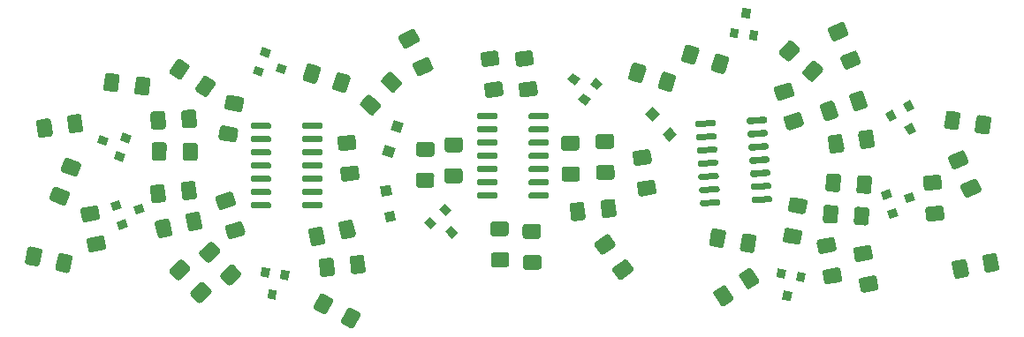
<source format=gbr>
%TF.GenerationSoftware,KiCad,Pcbnew,(5.1.6)-1*%
%TF.CreationDate,2020-10-05T10:15:20-05:00*%
%TF.ProjectId,DDD Charm,44444420-4368-4617-926d-2e6b69636164,rev?*%
%TF.SameCoordinates,Original*%
%TF.FileFunction,Paste,Top*%
%TF.FilePolarity,Positive*%
%FSLAX46Y46*%
G04 Gerber Fmt 4.6, Leading zero omitted, Abs format (unit mm)*
G04 Created by KiCad (PCBNEW (5.1.6)-1) date 2020-10-05 10:15:20*
%MOMM*%
%LPD*%
G01*
G04 APERTURE LIST*
%ADD10C,0.100000*%
G04 APERTURE END LIST*
%TO.C,.*%
G36*
G01*
X250155721Y-116777041D02*
X248905768Y-116766132D01*
G75*
G02*
X248657960Y-116513960I2182J249990D01*
G01*
X248666032Y-115588996D01*
G75*
G02*
X248918204Y-115341188I249990J-2182D01*
G01*
X250168156Y-115352096D01*
G75*
G02*
X250415964Y-115604268I-2182J-249990D01*
G01*
X250407892Y-116529232D01*
G75*
G02*
X250155720Y-116777040I-249990J2182D01*
G01*
G37*
G36*
G01*
X250129759Y-119751927D02*
X248879806Y-119741018D01*
G75*
G02*
X248631998Y-119488846I2182J249990D01*
G01*
X248640070Y-118563882D01*
G75*
G02*
X248892242Y-118316074I249990J-2182D01*
G01*
X250142194Y-118326982D01*
G75*
G02*
X250390002Y-118579154I-2182J-249990D01*
G01*
X250381930Y-119504118D01*
G75*
G02*
X250129758Y-119751926I-249990J2182D01*
G01*
G37*
%TD*%
%TO.C,.*%
G36*
G01*
X252844778Y-119325370D02*
X251594825Y-119314461D01*
G75*
G02*
X251347017Y-119062289I2182J249990D01*
G01*
X251355089Y-118137325D01*
G75*
G02*
X251607261Y-117889517I249990J-2182D01*
G01*
X252857213Y-117900425D01*
G75*
G02*
X253105021Y-118152597I-2182J-249990D01*
G01*
X253096949Y-119077561D01*
G75*
G02*
X252844777Y-119325369I-249990J2182D01*
G01*
G37*
G36*
G01*
X252870740Y-116350484D02*
X251620787Y-116339575D01*
G75*
G02*
X251372979Y-116087403I2182J249990D01*
G01*
X251381051Y-115162439D01*
G75*
G02*
X251633223Y-114914631I249990J-2182D01*
G01*
X252883175Y-114925539D01*
G75*
G02*
X253130983Y-115177711I-2182J-249990D01*
G01*
X253122911Y-116102675D01*
G75*
G02*
X252870739Y-116350483I-249990J2182D01*
G01*
G37*
%TD*%
%TO.C,.*%
G36*
G01*
X248855531Y-105824552D02*
X247736863Y-106382300D01*
G75*
G02*
X247401580Y-106270115I-111549J223734D01*
G01*
X246988847Y-105442300D01*
G75*
G02*
X247101032Y-105107017I223734J111549D01*
G01*
X248219699Y-104549270D01*
G75*
G02*
X248554982Y-104661455I111549J-223734D01*
G01*
X248967715Y-105489270D01*
G75*
G02*
X248855530Y-105824553I-223734J-111549D01*
G01*
G37*
G36*
G01*
X250182969Y-108486982D02*
X249064301Y-109044730D01*
G75*
G02*
X248729018Y-108932545I-111549J223734D01*
G01*
X248316285Y-108104730D01*
G75*
G02*
X248428470Y-107769447I223734J111549D01*
G01*
X249547137Y-107211700D01*
G75*
G02*
X249882420Y-107323885I111549J-223734D01*
G01*
X250295153Y-108151700D01*
G75*
G02*
X250182968Y-108486983I-223734J-111549D01*
G01*
G37*
%TD*%
%TO.C,.*%
G36*
G01*
X256794173Y-110964021D02*
X255553490Y-111116358D01*
G75*
G02*
X255274886Y-110898688I-30467J248137D01*
G01*
X255162157Y-109980583D01*
G75*
G02*
X255379827Y-109701979I248137J30467D01*
G01*
X256620510Y-109549642D01*
G75*
G02*
X256899114Y-109767312I30467J-248137D01*
G01*
X257011843Y-110685417D01*
G75*
G02*
X256794173Y-110964021I-248137J-30467D01*
G01*
G37*
G36*
G01*
X256431611Y-108011197D02*
X255190928Y-108163534D01*
G75*
G02*
X254912324Y-107945864I-30467J248137D01*
G01*
X254799595Y-107027759D01*
G75*
G02*
X255017265Y-106749155I248137J30467D01*
G01*
X256257948Y-106596818D01*
G75*
G02*
X256536552Y-106814488I30467J-248137D01*
G01*
X256649281Y-107732593D01*
G75*
G02*
X256431611Y-108011197I-248137J-30467D01*
G01*
G37*
%TD*%
%TO.C,.*%
G36*
G01*
X259723892Y-107983609D02*
X258483209Y-108135946D01*
G75*
G02*
X258204605Y-107918276I-30467J248137D01*
G01*
X258091876Y-107000171D01*
G75*
G02*
X258309546Y-106721567I248137J30467D01*
G01*
X259550229Y-106569230D01*
G75*
G02*
X259828833Y-106786900I30467J-248137D01*
G01*
X259941562Y-107705005D01*
G75*
G02*
X259723892Y-107983609I-248137J-30467D01*
G01*
G37*
G36*
G01*
X260086454Y-110936433D02*
X258845771Y-111088770D01*
G75*
G02*
X258567167Y-110871100I-30467J248137D01*
G01*
X258454438Y-109952995D01*
G75*
G02*
X258672108Y-109674391I248137J30467D01*
G01*
X259912791Y-109522054D01*
G75*
G02*
X260191395Y-109739724I30467J-248137D01*
G01*
X260304124Y-110657829D01*
G75*
G02*
X260086454Y-110936433I-248137J-30467D01*
G01*
G37*
%TD*%
%TO.C,.*%
G36*
G01*
X264103300Y-119144757D02*
X262853490Y-119166572D01*
G75*
G02*
X262599165Y-118920973I-4363J249962D01*
G01*
X262583021Y-117996114D01*
G75*
G02*
X262828620Y-117741789I249962J4363D01*
G01*
X264078430Y-117719974D01*
G75*
G02*
X264332755Y-117965573I4363J-249962D01*
G01*
X264348899Y-118890432D01*
G75*
G02*
X264103300Y-119144757I-249962J-4363D01*
G01*
G37*
G36*
G01*
X264051380Y-116170211D02*
X262801570Y-116192026D01*
G75*
G02*
X262547245Y-115946427I-4363J249962D01*
G01*
X262531101Y-115021568D01*
G75*
G02*
X262776700Y-114767243I249962J4363D01*
G01*
X264026510Y-114745428D01*
G75*
G02*
X264280835Y-114991027I4363J-249962D01*
G01*
X264296979Y-115915886D01*
G75*
G02*
X264051380Y-116170211I-249962J-4363D01*
G01*
G37*
%TD*%
%TO.C,.*%
G36*
G01*
X289428868Y-107104940D02*
X290575193Y-106606504D01*
G75*
G02*
X290904145Y-106736082I99687J-229265D01*
G01*
X291272988Y-107584362D01*
G75*
G02*
X291143410Y-107913314I-229265J-99687D01*
G01*
X289997085Y-108411750D01*
G75*
G02*
X289668133Y-108282172I-99687J229265D01*
G01*
X289299290Y-107433892D01*
G75*
G02*
X289428868Y-107104940I229265J99687D01*
G01*
G37*
G36*
G01*
X288242590Y-104376686D02*
X289388915Y-103878250D01*
G75*
G02*
X289717867Y-104007828I99687J-229265D01*
G01*
X290086710Y-104856108D01*
G75*
G02*
X289957132Y-105185060I-229265J-99687D01*
G01*
X288810807Y-105683496D01*
G75*
G02*
X288481855Y-105553918I-99687J229265D01*
G01*
X288113012Y-104705638D01*
G75*
G02*
X288242590Y-104376686I229265J99687D01*
G01*
G37*
%TD*%
%TO.C,.*%
G36*
G01*
X289373600Y-118695853D02*
X289297290Y-119943521D01*
G75*
G02*
X289032494Y-120177793I-249534J15262D01*
G01*
X288109219Y-120121323D01*
G75*
G02*
X287874947Y-119856527I15262J249534D01*
G01*
X287951258Y-118608859D01*
G75*
G02*
X288216054Y-118374587I249534J-15262D01*
G01*
X289139329Y-118431057D01*
G75*
G02*
X289373601Y-118695853I-15262J-249534D01*
G01*
G37*
G36*
G01*
X292343052Y-118877473D02*
X292266742Y-120125141D01*
G75*
G02*
X292001946Y-120359413I-249534J15262D01*
G01*
X291078671Y-120302943D01*
G75*
G02*
X290844399Y-120038147I15262J249534D01*
G01*
X290920710Y-118790479D01*
G75*
G02*
X291185506Y-118556207I249534J-15262D01*
G01*
X292108781Y-118612677D01*
G75*
G02*
X292343053Y-118877473I-15262J-249534D01*
G01*
G37*
%TD*%
%TO.C,.*%
G36*
G01*
X273553602Y-109202527D02*
X273188138Y-110397908D01*
G75*
G02*
X272875969Y-110563891I-239076J73093D01*
G01*
X271991387Y-110293448D01*
G75*
G02*
X271825404Y-109981279I73093J239076D01*
G01*
X272190868Y-108785898D01*
G75*
G02*
X272503037Y-108619915I239076J-73093D01*
G01*
X273387619Y-108890358D01*
G75*
G02*
X273553602Y-109202527I-73093J-239076D01*
G01*
G37*
G36*
G01*
X270708596Y-108332721D02*
X270343132Y-109528102D01*
G75*
G02*
X270030963Y-109694085I-239076J73093D01*
G01*
X269146381Y-109423642D01*
G75*
G02*
X268980398Y-109111473I73093J239076D01*
G01*
X269345862Y-107916092D01*
G75*
G02*
X269658031Y-107750109I239076J-73093D01*
G01*
X270542613Y-108020552D01*
G75*
G02*
X270708596Y-108332721I-73093J-239076D01*
G01*
G37*
%TD*%
%TO.C,.*%
G36*
G01*
X267361380Y-116008211D02*
X266111570Y-116030026D01*
G75*
G02*
X265857245Y-115784427I-4363J249962D01*
G01*
X265841101Y-114859568D01*
G75*
G02*
X266086700Y-114605243I249962J4363D01*
G01*
X267336510Y-114583428D01*
G75*
G02*
X267590835Y-114829027I4363J-249962D01*
G01*
X267606979Y-115753886D01*
G75*
G02*
X267361380Y-116008211I-249962J-4363D01*
G01*
G37*
G36*
G01*
X267413300Y-118982757D02*
X266163490Y-119004572D01*
G75*
G02*
X265909165Y-118758973I-4363J249962D01*
G01*
X265893021Y-117834114D01*
G75*
G02*
X266138620Y-117579789I249962J4363D01*
G01*
X267388430Y-117557974D01*
G75*
G02*
X267642755Y-117803573I4363J-249962D01*
G01*
X267658899Y-118728432D01*
G75*
G02*
X267413300Y-118982757I-249962J-4363D01*
G01*
G37*
%TD*%
%TO.C,.*%
G36*
G01*
X278353783Y-124091660D02*
X278147473Y-125324517D01*
G75*
G02*
X277859640Y-125529826I-246571J41262D01*
G01*
X276947326Y-125377157D01*
G75*
G02*
X276742017Y-125089324I41262J246571D01*
G01*
X276948327Y-123856467D01*
G75*
G02*
X277236160Y-123651158I246571J-41262D01*
G01*
X278148474Y-123803827D01*
G75*
G02*
X278353783Y-124091660I-41262J-246571D01*
G01*
G37*
G36*
G01*
X281287983Y-124582676D02*
X281081673Y-125815533D01*
G75*
G02*
X280793840Y-126020842I-246571J41262D01*
G01*
X279881526Y-125868173D01*
G75*
G02*
X279676217Y-125580340I41262J246571D01*
G01*
X279882527Y-124347483D01*
G75*
G02*
X280170360Y-124142174I246571J-41262D01*
G01*
X281082674Y-124294843D01*
G75*
G02*
X281287983Y-124582676I-41262J-246571D01*
G01*
G37*
%TD*%
%TO.C,1nF*%
G36*
G01*
X285714957Y-122266887D02*
X284480865Y-122060370D01*
G75*
G02*
X284276070Y-121773257I41159J245954D01*
G01*
X284428946Y-120859708D01*
G75*
G02*
X284716059Y-120654913I245954J-41159D01*
G01*
X285950151Y-120861430D01*
G75*
G02*
X286154946Y-121148543I-41159J-245954D01*
G01*
X286002070Y-122062092D01*
G75*
G02*
X285714957Y-122266887I-245954J41159D01*
G01*
G37*
G36*
G01*
X285223941Y-125201087D02*
X283989849Y-124994570D01*
G75*
G02*
X283785054Y-124707457I41159J245954D01*
G01*
X283937930Y-123793908D01*
G75*
G02*
X284225043Y-123589113I245954J-41159D01*
G01*
X285459135Y-123795630D01*
G75*
G02*
X285663930Y-124082743I-41159J-245954D01*
G01*
X285511054Y-124996292D01*
G75*
G02*
X285223941Y-125201087I-245954J41159D01*
G01*
G37*
%TD*%
%TO.C,.*%
G36*
G01*
X229395509Y-109898082D02*
X228705588Y-110940439D01*
G75*
G02*
X228359133Y-111010926I-208471J137984D01*
G01*
X227587788Y-110500385D01*
G75*
G02*
X227517301Y-110153930I137984J208471D01*
G01*
X228207222Y-109111573D01*
G75*
G02*
X228553677Y-109041086I208471J-137984D01*
G01*
X229325022Y-109551627D01*
G75*
G02*
X229395509Y-109898082I-137984J-208471D01*
G01*
G37*
G36*
G01*
X226914699Y-108256070D02*
X226224778Y-109298427D01*
G75*
G02*
X225878323Y-109368914I-208471J137984D01*
G01*
X225106978Y-108858373D01*
G75*
G02*
X225036491Y-108511918I137984J208471D01*
G01*
X225726412Y-107469561D01*
G75*
G02*
X226072867Y-107399074I208471J-137984D01*
G01*
X226844212Y-107909615D01*
G75*
G02*
X226914699Y-108256070I-137984J-208471D01*
G01*
G37*
%TD*%
%TO.C,.*%
G36*
G01*
X257277380Y-124395211D02*
X256027570Y-124417026D01*
G75*
G02*
X255773245Y-124171427I-4363J249962D01*
G01*
X255757101Y-123246568D01*
G75*
G02*
X256002700Y-122992243I249962J4363D01*
G01*
X257252510Y-122970428D01*
G75*
G02*
X257506835Y-123216027I4363J-249962D01*
G01*
X257522979Y-124140886D01*
G75*
G02*
X257277380Y-124395211I-249962J-4363D01*
G01*
G37*
G36*
G01*
X257329300Y-127369757D02*
X256079490Y-127391572D01*
G75*
G02*
X255825165Y-127145973I-4363J249962D01*
G01*
X255809021Y-126221114D01*
G75*
G02*
X256054620Y-125966789I249962J4363D01*
G01*
X257304430Y-125944974D01*
G75*
G02*
X257558755Y-126190573I4363J-249962D01*
G01*
X257574899Y-127115432D01*
G75*
G02*
X257329300Y-127369757I-249962J-4363D01*
G01*
G37*
%TD*%
D10*
%TO.C,.*%
G36*
X285188032Y-127805510D02*
G01*
X285974636Y-127951299D01*
X285810624Y-128836228D01*
X285024020Y-128690439D01*
X285188032Y-127805510D01*
G37*
G36*
X283319847Y-127459262D02*
G01*
X284106451Y-127605051D01*
X283942439Y-128489980D01*
X283155835Y-128344191D01*
X283319847Y-127459262D01*
G37*
G36*
X283889468Y-129598896D02*
G01*
X284676072Y-129744685D01*
X284512060Y-130629614D01*
X283725456Y-130483825D01*
X283889468Y-129598896D01*
G37*
%TD*%
%TO.C,.*%
G36*
G01*
X260413300Y-127618757D02*
X259163490Y-127640572D01*
G75*
G02*
X258909165Y-127394973I-4363J249962D01*
G01*
X258893021Y-126470114D01*
G75*
G02*
X259138620Y-126215789I249962J4363D01*
G01*
X260388430Y-126193974D01*
G75*
G02*
X260642755Y-126439573I4363J-249962D01*
G01*
X260658899Y-127364432D01*
G75*
G02*
X260413300Y-127618757I-249962J-4363D01*
G01*
G37*
G36*
G01*
X260361380Y-124644211D02*
X259111570Y-124666026D01*
G75*
G02*
X258857245Y-124420427I-4363J249962D01*
G01*
X258841101Y-123495568D01*
G75*
G02*
X259086700Y-123241243I249962J4363D01*
G01*
X260336510Y-123219428D01*
G75*
G02*
X260590835Y-123465027I4363J-249962D01*
G01*
X260606979Y-124389886D01*
G75*
G02*
X260361380Y-124644211I-249962J-4363D01*
G01*
G37*
%TD*%
%TO.C,1nF*%
G36*
G01*
X231210623Y-121500740D02*
X230017283Y-121876998D01*
G75*
G02*
X229704463Y-121714154I-74988J237832D01*
G01*
X229425933Y-120830772D01*
G75*
G02*
X229588777Y-120517952I237832J74988D01*
G01*
X230782117Y-120141694D01*
G75*
G02*
X231094937Y-120304538I74988J-237832D01*
G01*
X231373467Y-121187920D01*
G75*
G02*
X231210623Y-121500740I-237832J-74988D01*
G01*
G37*
G36*
G01*
X232105223Y-124338048D02*
X230911883Y-124714306D01*
G75*
G02*
X230599063Y-124551462I-74988J237832D01*
G01*
X230320533Y-123668080D01*
G75*
G02*
X230483377Y-123355260I237832J74988D01*
G01*
X231676717Y-122979002D01*
G75*
G02*
X231989537Y-123141846I74988J-237832D01*
G01*
X232268067Y-124025228D01*
G75*
G02*
X232105223Y-124338048I-237832J-74988D01*
G01*
G37*
%TD*%
%TO.C,.*%
G36*
G01*
X280803387Y-127550628D02*
X281502377Y-128586925D01*
G75*
G02*
X281434916Y-128933982I-207259J-139798D01*
G01*
X280668057Y-129451235D01*
G75*
G02*
X280321000Y-129383774I-139798J207259D01*
G01*
X279622009Y-128347477D01*
G75*
G02*
X279689470Y-128000420I207259J139798D01*
G01*
X280456329Y-127483167D01*
G75*
G02*
X280803386Y-127550628I139798J-207259D01*
G01*
G37*
G36*
G01*
X278337001Y-129214226D02*
X279035991Y-130250523D01*
G75*
G02*
X278968530Y-130597580I-207259J-139798D01*
G01*
X278201671Y-131114833D01*
G75*
G02*
X277854614Y-131047372I-139798J207259D01*
G01*
X277155623Y-130011075D01*
G75*
G02*
X277223084Y-129664018I207259J139798D01*
G01*
X277989943Y-129146765D01*
G75*
G02*
X278337000Y-129214226I139798J-207259D01*
G01*
G37*
%TD*%
%TO.C,.*%
G36*
G01*
X301463724Y-117473893D02*
X300321792Y-117982313D01*
G75*
G02*
X299991722Y-117855611I-101684J228386D01*
G01*
X299615490Y-117010582D01*
G75*
G02*
X299742192Y-116680512I228386J101684D01*
G01*
X300884124Y-116172091D01*
G75*
G02*
X301214194Y-116298793I101684J-228386D01*
G01*
X301590426Y-117143822D01*
G75*
G02*
X301463724Y-117473892I-228386J-101684D01*
G01*
G37*
G36*
G01*
X302673766Y-120191691D02*
X301531834Y-120700111D01*
G75*
G02*
X301201764Y-120573409I-101684J228386D01*
G01*
X300825532Y-119728380D01*
G75*
G02*
X300952234Y-119398310I228386J101684D01*
G01*
X302094166Y-118889889D01*
G75*
G02*
X302424236Y-119016591I101684J-228386D01*
G01*
X302800468Y-119861620D01*
G75*
G02*
X302673766Y-120191690I-228386J-101684D01*
G01*
G37*
%TD*%
%TO.C,.*%
G36*
G01*
X299045683Y-122894182D02*
X297799537Y-122992255D01*
G75*
G02*
X297530693Y-122762641I-19615J249229D01*
G01*
X297458118Y-121840493D01*
G75*
G02*
X297687732Y-121571649I249229J19615D01*
G01*
X298933879Y-121473575D01*
G75*
G02*
X299202723Y-121703189I19615J-249229D01*
G01*
X299275298Y-122625337D01*
G75*
G02*
X299045684Y-122894181I-249229J-19615D01*
G01*
G37*
G36*
G01*
X298812267Y-119928352D02*
X297566121Y-120026425D01*
G75*
G02*
X297297277Y-119796811I-19615J249229D01*
G01*
X297224702Y-118874663D01*
G75*
G02*
X297454316Y-118605819I249229J19615D01*
G01*
X298700463Y-118507745D01*
G75*
G02*
X298969307Y-118737359I19615J-249229D01*
G01*
X299041882Y-119659507D01*
G75*
G02*
X298812268Y-119928351I-249229J-19615D01*
G01*
G37*
%TD*%
%TO.C,.*%
G36*
G01*
X267661777Y-125407121D02*
X266644133Y-126133000D01*
G75*
G02*
X266295428Y-126074647I-145176J203529D01*
G01*
X265758278Y-125321590D01*
G75*
G02*
X265816631Y-124972885I203529J145176D01*
G01*
X266834275Y-124247006D01*
G75*
G02*
X267182980Y-124305359I145176J-203529D01*
G01*
X267720130Y-125058416D01*
G75*
G02*
X267661777Y-125407121I-203529J-145176D01*
G01*
G37*
G36*
G01*
X269389369Y-127829115D02*
X268371725Y-128554994D01*
G75*
G02*
X268023020Y-128496641I-145176J203529D01*
G01*
X267485870Y-127743584D01*
G75*
G02*
X267544223Y-127394879I203529J145176D01*
G01*
X268561867Y-126669000D01*
G75*
G02*
X268910572Y-126727353I145176J-203529D01*
G01*
X269447722Y-127480410D01*
G75*
G02*
X269389369Y-127829115I-203529J-145176D01*
G01*
G37*
%TD*%
%TO.C,.*%
G36*
G01*
X275791596Y-106596721D02*
X275426132Y-107792102D01*
G75*
G02*
X275113963Y-107958085I-239076J73093D01*
G01*
X274229381Y-107687642D01*
G75*
G02*
X274063398Y-107375473I73093J239076D01*
G01*
X274428862Y-106180092D01*
G75*
G02*
X274741031Y-106014109I239076J-73093D01*
G01*
X275625613Y-106284552D01*
G75*
G02*
X275791596Y-106596721I-73093J-239076D01*
G01*
G37*
G36*
G01*
X278636602Y-107466527D02*
X278271138Y-108661908D01*
G75*
G02*
X277958969Y-108827891I-239076J73093D01*
G01*
X277074387Y-108557448D01*
G75*
G02*
X276908404Y-108245279I73093J239076D01*
G01*
X277273868Y-107049898D01*
G75*
G02*
X277586037Y-106883915I239076J-73093D01*
G01*
X278470619Y-107154358D01*
G75*
G02*
X278636602Y-107466527I-73093J-239076D01*
G01*
G37*
%TD*%
%TO.C,.*%
G36*
G01*
X292085052Y-121892473D02*
X292008742Y-123140141D01*
G75*
G02*
X291743946Y-123374413I-249534J15262D01*
G01*
X290820671Y-123317943D01*
G75*
G02*
X290586399Y-123053147I15262J249534D01*
G01*
X290662710Y-121805479D01*
G75*
G02*
X290927506Y-121571207I249534J-15262D01*
G01*
X291850781Y-121627677D01*
G75*
G02*
X292085053Y-121892473I-15262J-249534D01*
G01*
G37*
G36*
G01*
X289115600Y-121710853D02*
X289039290Y-122958521D01*
G75*
G02*
X288774494Y-123192793I-249534J15262D01*
G01*
X287851219Y-123136323D01*
G75*
G02*
X287616947Y-122871527I15262J249534D01*
G01*
X287693258Y-121623859D01*
G75*
G02*
X287958054Y-121389587I249534J-15262D01*
G01*
X288881329Y-121446057D01*
G75*
G02*
X289115601Y-121710853I-15262J-249534D01*
G01*
G37*
%TD*%
%TO.C,.*%
G36*
X280614299Y-103500824D02*
G01*
X279818681Y-103417201D01*
X279912757Y-102522132D01*
X280708375Y-102605755D01*
X280614299Y-103500824D01*
G37*
G36*
X281350038Y-105589170D02*
G01*
X280554420Y-105505547D01*
X280648496Y-104610478D01*
X281444114Y-104694101D01*
X281350038Y-105589170D01*
G37*
G36*
X279460447Y-105390566D02*
G01*
X278664829Y-105306943D01*
X278758905Y-104411874D01*
X279554523Y-104495497D01*
X279460447Y-105390566D01*
G37*
%TD*%
%TO.C,.*%
G36*
G01*
X289488132Y-114817417D02*
X289672894Y-116053687D01*
G75*
G02*
X289462592Y-116337893I-247254J-36952D01*
G01*
X288547752Y-116474617D01*
G75*
G02*
X288263546Y-116264315I-36952J247254D01*
G01*
X288078784Y-115028045D01*
G75*
G02*
X288289086Y-114743839I247254J36952D01*
G01*
X289203926Y-114607115D01*
G75*
G02*
X289488132Y-114817417I36952J-247254D01*
G01*
G37*
G36*
G01*
X292430454Y-114377685D02*
X292615216Y-115613955D01*
G75*
G02*
X292404914Y-115898161I-247254J-36952D01*
G01*
X291490074Y-116034885D01*
G75*
G02*
X291205868Y-115824583I-36952J247254D01*
G01*
X291021106Y-114588313D01*
G75*
G02*
X291231408Y-114304107I247254J36952D01*
G01*
X292146248Y-114167383D01*
G75*
G02*
X292430454Y-114377685I36952J-247254D01*
G01*
G37*
%TD*%
%TO.C,.*%
G36*
X293451008Y-120924993D02*
G01*
X293203795Y-120164148D01*
X294059746Y-119886033D01*
X294306959Y-120646878D01*
X293451008Y-120924993D01*
G37*
G36*
X294038141Y-122732001D02*
G01*
X293790928Y-121971156D01*
X294646879Y-121693041D01*
X294894092Y-122453886D01*
X294038141Y-122732001D01*
G37*
G36*
X295646688Y-121210463D02*
G01*
X295399475Y-120449618D01*
X296255426Y-120171503D01*
X296502639Y-120932348D01*
X295646688Y-121210463D01*
G37*
%TD*%
%TO.C,.*%
G36*
X295422691Y-113925665D02*
G01*
X296118976Y-113531727D01*
X296562157Y-114315047D01*
X295865872Y-114708985D01*
X295422691Y-113925665D01*
G37*
G36*
X293611006Y-112652756D02*
G01*
X294307291Y-112258818D01*
X294750472Y-113042138D01*
X294054187Y-113436076D01*
X293611006Y-112652756D01*
G37*
G36*
X295264681Y-111717151D02*
G01*
X295960966Y-111323213D01*
X296404147Y-112106533D01*
X295707862Y-112500471D01*
X295264681Y-111717151D01*
G37*
%TD*%
%TO.C,.*%
G36*
X265375544Y-111249048D02*
G01*
X264888534Y-111883731D01*
X264174516Y-111335846D01*
X264661526Y-110701163D01*
X265375544Y-111249048D01*
G37*
G36*
X266532191Y-109741677D02*
G01*
X266045181Y-110376360D01*
X265331163Y-109828475D01*
X265818173Y-109193792D01*
X266532191Y-109741677D01*
G37*
G36*
X264367161Y-109277840D02*
G01*
X263880151Y-109912523D01*
X263166133Y-109364638D01*
X263653143Y-108729955D01*
X264367161Y-109277840D01*
G37*
%TD*%
%TO.C,.*%
G36*
X219212192Y-114986730D02*
G01*
X218951737Y-115743145D01*
X218100770Y-115450134D01*
X218361225Y-114693719D01*
X219212192Y-114986730D01*
G37*
G36*
X221412519Y-114739624D02*
G01*
X221152064Y-115496039D01*
X220301097Y-115203028D01*
X220561552Y-114446613D01*
X221412519Y-114739624D01*
G37*
G36*
X220793940Y-116536109D02*
G01*
X220533485Y-117292524D01*
X219682518Y-116999513D01*
X219942973Y-116243098D01*
X220793940Y-116536109D01*
G37*
%TD*%
%TO.C,.*%
G36*
G01*
X287606398Y-108562637D02*
X286786324Y-109506024D01*
G75*
G02*
X286433632Y-109530686I-188677J164015D01*
G01*
X285735526Y-108923831D01*
G75*
G02*
X285710864Y-108571139I164015J188677D01*
G01*
X286530938Y-107627752D01*
G75*
G02*
X286883630Y-107603090I188677J-164015D01*
G01*
X287581736Y-108209945D01*
G75*
G02*
X287606398Y-108562637I-164015J-188677D01*
G01*
G37*
G36*
G01*
X285361136Y-106610861D02*
X284541062Y-107554248D01*
G75*
G02*
X284188370Y-107578910I-188677J164015D01*
G01*
X283490264Y-106972055D01*
G75*
G02*
X283465602Y-106619363I164015J188677D01*
G01*
X284285676Y-105675976D01*
G75*
G02*
X284638368Y-105651314I188677J-164015D01*
G01*
X285336474Y-106258169D01*
G75*
G02*
X285361136Y-106610861I-164015J-188677D01*
G01*
G37*
%TD*%
%TO.C,1nF*%
G36*
G01*
X231130306Y-115398714D02*
X229902043Y-115159964D01*
G75*
G02*
X229704834Y-114867589I47583J244792D01*
G01*
X229881571Y-113958355D01*
G75*
G02*
X230173946Y-113761146I244792J-47583D01*
G01*
X231402209Y-113999896D01*
G75*
G02*
X231599418Y-114292271I-47583J-244792D01*
G01*
X231422681Y-115201505D01*
G75*
G02*
X231130306Y-115398714I-244792J47583D01*
G01*
G37*
G36*
G01*
X231697962Y-112478374D02*
X230469699Y-112239624D01*
G75*
G02*
X230272490Y-111947249I47583J244792D01*
G01*
X230449227Y-111038015D01*
G75*
G02*
X230741602Y-110840806I244792J-47583D01*
G01*
X231969865Y-111079556D01*
G75*
G02*
X232167074Y-111371931I-47583J-244792D01*
G01*
X231990337Y-112281165D01*
G75*
G02*
X231697962Y-112478374I-244792J47583D01*
G01*
G37*
%TD*%
%TO.C,.*%
G36*
G01*
X242984984Y-119047968D02*
X241740738Y-119167775D01*
G75*
G02*
X241467928Y-118942887I-23961J248849D01*
G01*
X241379271Y-118022146D01*
G75*
G02*
X241604159Y-117749336I248849J23961D01*
G01*
X242848404Y-117629529D01*
G75*
G02*
X243121214Y-117854417I23961J-248849D01*
G01*
X243209871Y-118775158D01*
G75*
G02*
X242984983Y-119047968I-248849J-23961D01*
G01*
G37*
G36*
G01*
X242699842Y-116086664D02*
X241455596Y-116206471D01*
G75*
G02*
X241182786Y-115981583I-23961J248849D01*
G01*
X241094129Y-115060842D01*
G75*
G02*
X241319017Y-114788032I248849J23961D01*
G01*
X242563262Y-114668225D01*
G75*
G02*
X242836072Y-114893113I23961J-248849D01*
G01*
X242924729Y-115813854D01*
G75*
G02*
X242699841Y-116086664I-248849J-23961D01*
G01*
G37*
%TD*%
%TO.C,.*%
G36*
G01*
X271457315Y-120401454D02*
X270221045Y-120586216D01*
G75*
G02*
X269936839Y-120375914I-36952J247254D01*
G01*
X269800115Y-119461074D01*
G75*
G02*
X270010417Y-119176868I247254J36952D01*
G01*
X271246687Y-118992106D01*
G75*
G02*
X271530893Y-119202408I36952J-247254D01*
G01*
X271667617Y-120117248D01*
G75*
G02*
X271457315Y-120401454I-247254J-36952D01*
G01*
G37*
G36*
G01*
X271017583Y-117459132D02*
X269781313Y-117643894D01*
G75*
G02*
X269497107Y-117433592I-36952J247254D01*
G01*
X269360383Y-116518752D01*
G75*
G02*
X269570685Y-116234546I247254J36952D01*
G01*
X270806955Y-116049784D01*
G75*
G02*
X271091161Y-116260086I36952J-247254D01*
G01*
X271227885Y-117174926D01*
G75*
G02*
X271017583Y-117459132I-247254J-36952D01*
G01*
G37*
%TD*%
%TO.C,.*%
G36*
G01*
X291502661Y-110597801D02*
X291909621Y-111779699D01*
G75*
G02*
X291754633Y-112097471I-236380J-81392D01*
G01*
X290880029Y-112398621D01*
G75*
G02*
X290562257Y-112243633I-81392J236380D01*
G01*
X290155297Y-111061735D01*
G75*
G02*
X290310285Y-110743963I236380J81392D01*
G01*
X291184889Y-110442813D01*
G75*
G02*
X291502661Y-110597801I81392J-236380D01*
G01*
G37*
G36*
G01*
X288689743Y-111566367D02*
X289096703Y-112748265D01*
G75*
G02*
X288941715Y-113066037I-236380J-81392D01*
G01*
X288067111Y-113367187D01*
G75*
G02*
X287749339Y-113212199I-81392J236380D01*
G01*
X287342379Y-112030301D01*
G75*
G02*
X287497367Y-111712529I236380J81392D01*
G01*
X288371971Y-111411379D01*
G75*
G02*
X288689743Y-111566367I81392J-236380D01*
G01*
G37*
%TD*%
%TO.C,.*%
G36*
G01*
X288732302Y-125878080D02*
X287503234Y-126105875D01*
G75*
G02*
X287211861Y-125905620I-45559J245814D01*
G01*
X287043293Y-124996109D01*
G75*
G02*
X287243548Y-124704736I245814J45559D01*
G01*
X288472616Y-124476941D01*
G75*
G02*
X288763989Y-124677196I45559J-245814D01*
G01*
X288932557Y-125586707D01*
G75*
G02*
X288732302Y-125878080I-245814J-45559D01*
G01*
G37*
G36*
G01*
X289274452Y-128803264D02*
X288045384Y-129031059D01*
G75*
G02*
X287754011Y-128830804I-45559J245814D01*
G01*
X287585443Y-127921293D01*
G75*
G02*
X287785698Y-127629920I245814J45559D01*
G01*
X289014766Y-127402125D01*
G75*
G02*
X289306139Y-127602380I45559J-245814D01*
G01*
X289474707Y-128511891D01*
G75*
G02*
X289274452Y-128803264I-245814J-45559D01*
G01*
G37*
%TD*%
%TO.C,.*%
G36*
G01*
X267737316Y-121055587D02*
X267857123Y-122299833D01*
G75*
G02*
X267632235Y-122572643I-248849J-23961D01*
G01*
X266711494Y-122661300D01*
G75*
G02*
X266438684Y-122436412I-23961J248849D01*
G01*
X266318877Y-121192167D01*
G75*
G02*
X266543765Y-120919357I248849J23961D01*
G01*
X267464506Y-120830700D01*
G75*
G02*
X267737316Y-121055588I23961J-248849D01*
G01*
G37*
G36*
G01*
X264776012Y-121340729D02*
X264895819Y-122584975D01*
G75*
G02*
X264670931Y-122857785I-248849J-23961D01*
G01*
X263750190Y-122946442D01*
G75*
G02*
X263477380Y-122721554I-23961J248849D01*
G01*
X263357573Y-121477309D01*
G75*
G02*
X263582461Y-121204499I248849J23961D01*
G01*
X264503202Y-121115842D01*
G75*
G02*
X264776012Y-121340730I23961J-248849D01*
G01*
G37*
%TD*%
%TO.C,.*%
G36*
G01*
X292758452Y-129577264D02*
X291529384Y-129805059D01*
G75*
G02*
X291238011Y-129604804I-45559J245814D01*
G01*
X291069443Y-128695293D01*
G75*
G02*
X291269698Y-128403920I245814J45559D01*
G01*
X292498766Y-128176125D01*
G75*
G02*
X292790139Y-128376380I45559J-245814D01*
G01*
X292958707Y-129285891D01*
G75*
G02*
X292758452Y-129577264I-245814J-45559D01*
G01*
G37*
G36*
G01*
X292216302Y-126652080D02*
X290987234Y-126879875D01*
G75*
G02*
X290695861Y-126679620I-45559J245814D01*
G01*
X290527293Y-125770109D01*
G75*
G02*
X290727548Y-125478736I245814J45559D01*
G01*
X291956616Y-125250941D01*
G75*
G02*
X292247989Y-125451196I45559J-245814D01*
G01*
X292416557Y-126360707D01*
G75*
G02*
X292216302Y-126652080I-245814J-45559D01*
G01*
G37*
%TD*%
%TO.C,.*%
G36*
X251443034Y-123958003D02*
G01*
X252051359Y-123438444D01*
X252635862Y-124122809D01*
X252027537Y-124642368D01*
X251443034Y-123958003D01*
G37*
G36*
X249421752Y-123054167D02*
G01*
X250030077Y-122534608D01*
X250614580Y-123218973D01*
X250006255Y-123738532D01*
X249421752Y-123054167D01*
G37*
G36*
X250866524Y-121820215D02*
G01*
X251474849Y-121300656D01*
X252059352Y-121985021D01*
X251451027Y-122504580D01*
X250866524Y-121820215D01*
G37*
%TD*%
%TO.C,.*%
G36*
G01*
X303765573Y-113187263D02*
X303591607Y-114425098D01*
G75*
G02*
X303309247Y-114637872I-247567J34793D01*
G01*
X302393249Y-114509137D01*
G75*
G02*
X302180475Y-114226777I34793J247567D01*
G01*
X302354441Y-112988942D01*
G75*
G02*
X302636801Y-112776168I247567J-34793D01*
G01*
X303552799Y-112904903D01*
G75*
G02*
X303765573Y-113187263I-34793J-247567D01*
G01*
G37*
G36*
G01*
X300819525Y-112773223D02*
X300645559Y-114011058D01*
G75*
G02*
X300363199Y-114223832I-247567J34793D01*
G01*
X299447201Y-114095097D01*
G75*
G02*
X299234427Y-113812737I34793J247567D01*
G01*
X299408393Y-112574902D01*
G75*
G02*
X299690753Y-112362128I247567J-34793D01*
G01*
X300606751Y-112490863D01*
G75*
G02*
X300819525Y-112773223I-34793J-247567D01*
G01*
G37*
%TD*%
%TO.C,1nF*%
G36*
G01*
X283109777Y-110033952D02*
X284303117Y-109657694D01*
G75*
G02*
X284615937Y-109820538I74988J-237832D01*
G01*
X284894467Y-110703920D01*
G75*
G02*
X284731623Y-111016740I-237832J-74988D01*
G01*
X283538283Y-111392998D01*
G75*
G02*
X283225463Y-111230154I-74988J237832D01*
G01*
X282946933Y-110346772D01*
G75*
G02*
X283109777Y-110033952I237832J74988D01*
G01*
G37*
G36*
G01*
X284004377Y-112871260D02*
X285197717Y-112495002D01*
G75*
G02*
X285510537Y-112657846I74988J-237832D01*
G01*
X285789067Y-113541228D01*
G75*
G02*
X285626223Y-113854048I-237832J-74988D01*
G01*
X284432883Y-114230306D01*
G75*
G02*
X284120063Y-114067462I-74988J237832D01*
G01*
X283841533Y-113184080D01*
G75*
G02*
X284004377Y-112871260I237832J74988D01*
G01*
G37*
%TD*%
%TO.C,.*%
G36*
G01*
X301365953Y-126792057D02*
X301615163Y-128016963D01*
G75*
G02*
X301420024Y-128311786I-244981J-49842D01*
G01*
X300513594Y-128496202D01*
G75*
G02*
X300218771Y-128301063I-49842J244981D01*
G01*
X299969561Y-127076157D01*
G75*
G02*
X300164700Y-126781334I244981J49842D01*
G01*
X301071130Y-126596918D01*
G75*
G02*
X301365953Y-126792057I49842J-244981D01*
G01*
G37*
G36*
G01*
X304281229Y-126198937D02*
X304530439Y-127423843D01*
G75*
G02*
X304335300Y-127718666I-244981J-49842D01*
G01*
X303428870Y-127903082D01*
G75*
G02*
X303134047Y-127707943I-49842J244981D01*
G01*
X302884837Y-126483037D01*
G75*
G02*
X303079976Y-126188214I244981J49842D01*
G01*
X303986406Y-126003798D01*
G75*
G02*
X304281229Y-126198937I49842J-244981D01*
G01*
G37*
%TD*%
%TO.C,.*%
G36*
X235733449Y-127635656D02*
G01*
X236525663Y-127746995D01*
X236400407Y-128638236D01*
X235608193Y-128526897D01*
X235733449Y-127635656D01*
G37*
G36*
X233851939Y-127371227D02*
G01*
X234644153Y-127482566D01*
X234518897Y-128373807D01*
X233726683Y-128262468D01*
X233851939Y-127371227D01*
G37*
G36*
X234514348Y-129483978D02*
G01*
X235306562Y-129595317D01*
X235181306Y-130486558D01*
X234389092Y-130375219D01*
X234514348Y-129483978D01*
G37*
%TD*%
%TO.C,.*%
G36*
X221793827Y-122299098D02*
G01*
X221553262Y-121536125D01*
X222411607Y-121265490D01*
X222652172Y-122028463D01*
X221793827Y-122299098D01*
G37*
G36*
X220172064Y-123806541D02*
G01*
X219931499Y-123043568D01*
X220789844Y-122772933D01*
X221030409Y-123535906D01*
X220172064Y-123806541D01*
G37*
G36*
X219600723Y-121994479D02*
G01*
X219360158Y-121231506D01*
X220218503Y-120960871D01*
X220459068Y-121723844D01*
X219600723Y-121994479D01*
G37*
%TD*%
%TO.C,1N914*%
G36*
X246727604Y-122930237D02*
G01*
X245739916Y-123086671D01*
X245583482Y-122098983D01*
X246571170Y-121942549D01*
X246727604Y-122930237D01*
G37*
G36*
X246336518Y-120461017D02*
G01*
X245348830Y-120617451D01*
X245192396Y-119629763D01*
X246180084Y-119473329D01*
X246336518Y-120461017D01*
G37*
%TD*%
%TO.C,1N914*%
G36*
X247161676Y-114519922D02*
G01*
X246219035Y-114186115D01*
X246552842Y-113243474D01*
X247495483Y-113577281D01*
X247161676Y-114519922D01*
G37*
G36*
X246327158Y-116876526D02*
G01*
X245384517Y-116542719D01*
X245718324Y-115600078D01*
X246660965Y-115933885D01*
X246327158Y-116876526D01*
G37*
%TD*%
%TO.C,1N914*%
G36*
X272023117Y-112774972D02*
G01*
X271262711Y-113424420D01*
X270613263Y-112664014D01*
X271373669Y-112014566D01*
X272023117Y-112774972D01*
G37*
G36*
X273646737Y-114675986D02*
G01*
X272886331Y-115325434D01*
X272236883Y-114565028D01*
X272997289Y-113915580D01*
X273646737Y-114675986D01*
G37*
%TD*%
%TO.C,.*%
G36*
G01*
X239507596Y-108413721D02*
X239142132Y-109609102D01*
G75*
G02*
X238829963Y-109775085I-239076J73093D01*
G01*
X237945381Y-109504642D01*
G75*
G02*
X237779398Y-109192473I73093J239076D01*
G01*
X238144862Y-107997092D01*
G75*
G02*
X238457031Y-107831109I239076J-73093D01*
G01*
X239341613Y-108101552D01*
G75*
G02*
X239507596Y-108413721I-73093J-239076D01*
G01*
G37*
G36*
G01*
X242352602Y-109283527D02*
X241987138Y-110478908D01*
G75*
G02*
X241674969Y-110644891I-239076J73093D01*
G01*
X240790387Y-110374448D01*
G75*
G02*
X240624404Y-110062279I73093J239076D01*
G01*
X240989868Y-108866898D01*
G75*
G02*
X241302037Y-108700915I239076J-73093D01*
G01*
X242186619Y-108971358D01*
G75*
G02*
X242352602Y-109283527I-73093J-239076D01*
G01*
G37*
%TD*%
%TO.C,.*%
G36*
G01*
X277798235Y-120988746D02*
X277816549Y-121288187D01*
G75*
G02*
X277675986Y-121447064I-149720J-9157D01*
G01*
X276029064Y-121547794D01*
G75*
G02*
X275870187Y-121407231I-9157J149720D01*
G01*
X275851873Y-121107791D01*
G75*
G02*
X275992436Y-120948914I149720J9157D01*
G01*
X277639358Y-120848184D01*
G75*
G02*
X277798235Y-120988747I9157J-149720D01*
G01*
G37*
G36*
G01*
X277720704Y-119721115D02*
X277739018Y-120020556D01*
G75*
G02*
X277598455Y-120179433I-149720J-9157D01*
G01*
X275951533Y-120280163D01*
G75*
G02*
X275792656Y-120139600I-9157J149720D01*
G01*
X275774342Y-119840160D01*
G75*
G02*
X275914905Y-119681283I149720J9157D01*
G01*
X277561827Y-119580553D01*
G75*
G02*
X277720704Y-119721116I9157J-149720D01*
G01*
G37*
G36*
G01*
X277643172Y-118453483D02*
X277661486Y-118752924D01*
G75*
G02*
X277520923Y-118911801I-149720J-9157D01*
G01*
X275874001Y-119012531D01*
G75*
G02*
X275715124Y-118871968I-9157J149720D01*
G01*
X275696810Y-118572528D01*
G75*
G02*
X275837373Y-118413651I149720J9157D01*
G01*
X277484295Y-118312921D01*
G75*
G02*
X277643172Y-118453484I9157J-149720D01*
G01*
G37*
G36*
G01*
X277565640Y-117185852D02*
X277583954Y-117485293D01*
G75*
G02*
X277443391Y-117644170I-149720J-9157D01*
G01*
X275796469Y-117744900D01*
G75*
G02*
X275637592Y-117604337I-9157J149720D01*
G01*
X275619278Y-117304897D01*
G75*
G02*
X275759841Y-117146020I149720J9157D01*
G01*
X277406763Y-117045290D01*
G75*
G02*
X277565640Y-117185853I9157J-149720D01*
G01*
G37*
G36*
G01*
X277488109Y-115918221D02*
X277506423Y-116217662D01*
G75*
G02*
X277365860Y-116376539I-149720J-9157D01*
G01*
X275718938Y-116477269D01*
G75*
G02*
X275560061Y-116336706I-9157J149720D01*
G01*
X275541747Y-116037266D01*
G75*
G02*
X275682310Y-115878389I149720J9157D01*
G01*
X277329232Y-115777659D01*
G75*
G02*
X277488109Y-115918222I9157J-149720D01*
G01*
G37*
G36*
G01*
X277410577Y-114650590D02*
X277428891Y-114950031D01*
G75*
G02*
X277288328Y-115108908I-149720J-9157D01*
G01*
X275641406Y-115209638D01*
G75*
G02*
X275482529Y-115069075I-9157J149720D01*
G01*
X275464215Y-114769635D01*
G75*
G02*
X275604778Y-114610758I149720J9157D01*
G01*
X277251700Y-114510028D01*
G75*
G02*
X277410577Y-114650591I9157J-149720D01*
G01*
G37*
G36*
G01*
X277333045Y-113382959D02*
X277351359Y-113682400D01*
G75*
G02*
X277210796Y-113841277I-149720J-9157D01*
G01*
X275563874Y-113942007D01*
G75*
G02*
X275404997Y-113801444I-9157J149720D01*
G01*
X275386683Y-113502004D01*
G75*
G02*
X275527246Y-113343127I149720J9157D01*
G01*
X277174168Y-113242397D01*
G75*
G02*
X277333045Y-113382960I9157J-149720D01*
G01*
G37*
G36*
G01*
X282273813Y-113080768D02*
X282292127Y-113380209D01*
G75*
G02*
X282151564Y-113539086I-149720J-9157D01*
G01*
X280504642Y-113639816D01*
G75*
G02*
X280345765Y-113499253I-9157J149720D01*
G01*
X280327451Y-113199813D01*
G75*
G02*
X280468014Y-113040936I149720J9157D01*
G01*
X282114936Y-112940206D01*
G75*
G02*
X282273813Y-113080769I9157J-149720D01*
G01*
G37*
G36*
G01*
X282351344Y-114348399D02*
X282369658Y-114647840D01*
G75*
G02*
X282229095Y-114806717I-149720J-9157D01*
G01*
X280582173Y-114907447D01*
G75*
G02*
X280423296Y-114766884I-9157J149720D01*
G01*
X280404982Y-114467444D01*
G75*
G02*
X280545545Y-114308567I149720J9157D01*
G01*
X282192467Y-114207837D01*
G75*
G02*
X282351344Y-114348400I9157J-149720D01*
G01*
G37*
G36*
G01*
X282428876Y-115616031D02*
X282447190Y-115915472D01*
G75*
G02*
X282306627Y-116074349I-149720J-9157D01*
G01*
X280659705Y-116175079D01*
G75*
G02*
X280500828Y-116034516I-9157J149720D01*
G01*
X280482514Y-115735076D01*
G75*
G02*
X280623077Y-115576199I149720J9157D01*
G01*
X282269999Y-115475469D01*
G75*
G02*
X282428876Y-115616032I9157J-149720D01*
G01*
G37*
G36*
G01*
X282506408Y-116883662D02*
X282524722Y-117183103D01*
G75*
G02*
X282384159Y-117341980I-149720J-9157D01*
G01*
X280737237Y-117442710D01*
G75*
G02*
X280578360Y-117302147I-9157J149720D01*
G01*
X280560046Y-117002707D01*
G75*
G02*
X280700609Y-116843830I149720J9157D01*
G01*
X282347531Y-116743100D01*
G75*
G02*
X282506408Y-116883663I9157J-149720D01*
G01*
G37*
G36*
G01*
X282583939Y-118151293D02*
X282602253Y-118450734D01*
G75*
G02*
X282461690Y-118609611I-149720J-9157D01*
G01*
X280814768Y-118710341D01*
G75*
G02*
X280655891Y-118569778I-9157J149720D01*
G01*
X280637577Y-118270338D01*
G75*
G02*
X280778140Y-118111461I149720J9157D01*
G01*
X282425062Y-118010731D01*
G75*
G02*
X282583939Y-118151294I9157J-149720D01*
G01*
G37*
G36*
G01*
X282661471Y-119418924D02*
X282679785Y-119718365D01*
G75*
G02*
X282539222Y-119877242I-149720J-9157D01*
G01*
X280892300Y-119977972D01*
G75*
G02*
X280733423Y-119837409I-9157J149720D01*
G01*
X280715109Y-119537969D01*
G75*
G02*
X280855672Y-119379092I149720J9157D01*
G01*
X282502594Y-119278362D01*
G75*
G02*
X282661471Y-119418925I9157J-149720D01*
G01*
G37*
G36*
G01*
X282739003Y-120686555D02*
X282757317Y-120985996D01*
G75*
G02*
X282616754Y-121144873I-149720J-9157D01*
G01*
X280969832Y-121245603D01*
G75*
G02*
X280810955Y-121105040I-9157J149720D01*
G01*
X280792641Y-120805600D01*
G75*
G02*
X280933204Y-120646723I149720J9157D01*
G01*
X282580126Y-120545993D01*
G75*
G02*
X282739003Y-120686556I9157J-149720D01*
G01*
G37*
%TD*%
%TO.C,.*%
G36*
G01*
X261387000Y-120357000D02*
X261387000Y-120657000D01*
G75*
G02*
X261237000Y-120807000I-150000J0D01*
G01*
X259587000Y-120807000D01*
G75*
G02*
X259437000Y-120657000I0J150000D01*
G01*
X259437000Y-120357000D01*
G75*
G02*
X259587000Y-120207000I150000J0D01*
G01*
X261237000Y-120207000D01*
G75*
G02*
X261387000Y-120357000I0J-150000D01*
G01*
G37*
G36*
G01*
X261387000Y-119087000D02*
X261387000Y-119387000D01*
G75*
G02*
X261237000Y-119537000I-150000J0D01*
G01*
X259587000Y-119537000D01*
G75*
G02*
X259437000Y-119387000I0J150000D01*
G01*
X259437000Y-119087000D01*
G75*
G02*
X259587000Y-118937000I150000J0D01*
G01*
X261237000Y-118937000D01*
G75*
G02*
X261387000Y-119087000I0J-150000D01*
G01*
G37*
G36*
G01*
X261387000Y-117817000D02*
X261387000Y-118117000D01*
G75*
G02*
X261237000Y-118267000I-150000J0D01*
G01*
X259587000Y-118267000D01*
G75*
G02*
X259437000Y-118117000I0J150000D01*
G01*
X259437000Y-117817000D01*
G75*
G02*
X259587000Y-117667000I150000J0D01*
G01*
X261237000Y-117667000D01*
G75*
G02*
X261387000Y-117817000I0J-150000D01*
G01*
G37*
G36*
G01*
X261387000Y-116547000D02*
X261387000Y-116847000D01*
G75*
G02*
X261237000Y-116997000I-150000J0D01*
G01*
X259587000Y-116997000D01*
G75*
G02*
X259437000Y-116847000I0J150000D01*
G01*
X259437000Y-116547000D01*
G75*
G02*
X259587000Y-116397000I150000J0D01*
G01*
X261237000Y-116397000D01*
G75*
G02*
X261387000Y-116547000I0J-150000D01*
G01*
G37*
G36*
G01*
X261387000Y-115277000D02*
X261387000Y-115577000D01*
G75*
G02*
X261237000Y-115727000I-150000J0D01*
G01*
X259587000Y-115727000D01*
G75*
G02*
X259437000Y-115577000I0J150000D01*
G01*
X259437000Y-115277000D01*
G75*
G02*
X259587000Y-115127000I150000J0D01*
G01*
X261237000Y-115127000D01*
G75*
G02*
X261387000Y-115277000I0J-150000D01*
G01*
G37*
G36*
G01*
X261387000Y-114007000D02*
X261387000Y-114307000D01*
G75*
G02*
X261237000Y-114457000I-150000J0D01*
G01*
X259587000Y-114457000D01*
G75*
G02*
X259437000Y-114307000I0J150000D01*
G01*
X259437000Y-114007000D01*
G75*
G02*
X259587000Y-113857000I150000J0D01*
G01*
X261237000Y-113857000D01*
G75*
G02*
X261387000Y-114007000I0J-150000D01*
G01*
G37*
G36*
G01*
X261387000Y-112737000D02*
X261387000Y-113037000D01*
G75*
G02*
X261237000Y-113187000I-150000J0D01*
G01*
X259587000Y-113187000D01*
G75*
G02*
X259437000Y-113037000I0J150000D01*
G01*
X259437000Y-112737000D01*
G75*
G02*
X259587000Y-112587000I150000J0D01*
G01*
X261237000Y-112587000D01*
G75*
G02*
X261387000Y-112737000I0J-150000D01*
G01*
G37*
G36*
G01*
X256437000Y-112737000D02*
X256437000Y-113037000D01*
G75*
G02*
X256287000Y-113187000I-150000J0D01*
G01*
X254637000Y-113187000D01*
G75*
G02*
X254487000Y-113037000I0J150000D01*
G01*
X254487000Y-112737000D01*
G75*
G02*
X254637000Y-112587000I150000J0D01*
G01*
X256287000Y-112587000D01*
G75*
G02*
X256437000Y-112737000I0J-150000D01*
G01*
G37*
G36*
G01*
X256437000Y-114007000D02*
X256437000Y-114307000D01*
G75*
G02*
X256287000Y-114457000I-150000J0D01*
G01*
X254637000Y-114457000D01*
G75*
G02*
X254487000Y-114307000I0J150000D01*
G01*
X254487000Y-114007000D01*
G75*
G02*
X254637000Y-113857000I150000J0D01*
G01*
X256287000Y-113857000D01*
G75*
G02*
X256437000Y-114007000I0J-150000D01*
G01*
G37*
G36*
G01*
X256437000Y-115277000D02*
X256437000Y-115577000D01*
G75*
G02*
X256287000Y-115727000I-150000J0D01*
G01*
X254637000Y-115727000D01*
G75*
G02*
X254487000Y-115577000I0J150000D01*
G01*
X254487000Y-115277000D01*
G75*
G02*
X254637000Y-115127000I150000J0D01*
G01*
X256287000Y-115127000D01*
G75*
G02*
X256437000Y-115277000I0J-150000D01*
G01*
G37*
G36*
G01*
X256437000Y-116547000D02*
X256437000Y-116847000D01*
G75*
G02*
X256287000Y-116997000I-150000J0D01*
G01*
X254637000Y-116997000D01*
G75*
G02*
X254487000Y-116847000I0J150000D01*
G01*
X254487000Y-116547000D01*
G75*
G02*
X254637000Y-116397000I150000J0D01*
G01*
X256287000Y-116397000D01*
G75*
G02*
X256437000Y-116547000I0J-150000D01*
G01*
G37*
G36*
G01*
X256437000Y-117817000D02*
X256437000Y-118117000D01*
G75*
G02*
X256287000Y-118267000I-150000J0D01*
G01*
X254637000Y-118267000D01*
G75*
G02*
X254487000Y-118117000I0J150000D01*
G01*
X254487000Y-117817000D01*
G75*
G02*
X254637000Y-117667000I150000J0D01*
G01*
X256287000Y-117667000D01*
G75*
G02*
X256437000Y-117817000I0J-150000D01*
G01*
G37*
G36*
G01*
X256437000Y-119087000D02*
X256437000Y-119387000D01*
G75*
G02*
X256287000Y-119537000I-150000J0D01*
G01*
X254637000Y-119537000D01*
G75*
G02*
X254487000Y-119387000I0J150000D01*
G01*
X254487000Y-119087000D01*
G75*
G02*
X254637000Y-118937000I150000J0D01*
G01*
X256287000Y-118937000D01*
G75*
G02*
X256437000Y-119087000I0J-150000D01*
G01*
G37*
G36*
G01*
X256437000Y-120357000D02*
X256437000Y-120657000D01*
G75*
G02*
X256287000Y-120807000I-150000J0D01*
G01*
X254637000Y-120807000D01*
G75*
G02*
X254487000Y-120657000I0J150000D01*
G01*
X254487000Y-120357000D01*
G75*
G02*
X254637000Y-120207000I150000J0D01*
G01*
X256287000Y-120207000D01*
G75*
G02*
X256437000Y-120357000I0J-150000D01*
G01*
G37*
%TD*%
%TO.C,.*%
G36*
G01*
X212821406Y-125887120D02*
X212550856Y-127107490D01*
G75*
G02*
X212252672Y-127297454I-244074J54110D01*
G01*
X211349598Y-127097248D01*
G75*
G02*
X211159634Y-126799064I54110J244074D01*
G01*
X211430184Y-125578694D01*
G75*
G02*
X211728368Y-125388730I244074J-54110D01*
G01*
X212631442Y-125588936D01*
G75*
G02*
X212821406Y-125887120I-54110J-244074D01*
G01*
G37*
G36*
G01*
X215725886Y-126531028D02*
X215455336Y-127751398D01*
G75*
G02*
X215157152Y-127941362I-244074J54110D01*
G01*
X214254078Y-127741156D01*
G75*
G02*
X214064114Y-127442972I54110J244074D01*
G01*
X214334664Y-126222602D01*
G75*
G02*
X214632848Y-126032638I244074J-54110D01*
G01*
X215535922Y-126232844D01*
G75*
G02*
X215725886Y-126531028I-54110J-244074D01*
G01*
G37*
%TD*%
%TO.C,.*%
G36*
G01*
X229802547Y-126037952D02*
X228888355Y-126890449D01*
G75*
G02*
X228535017Y-126878111I-170500J182838D01*
G01*
X227904169Y-126201609D01*
G75*
G02*
X227916507Y-125848271I182838J170500D01*
G01*
X228830699Y-124995773D01*
G75*
G02*
X229184037Y-125008111I170500J-182838D01*
G01*
X229814885Y-125684613D01*
G75*
G02*
X229802547Y-126037951I-182838J-170500D01*
G01*
G37*
G36*
G01*
X231831493Y-128213730D02*
X230917301Y-129066227D01*
G75*
G02*
X230563963Y-129053889I-170500J182838D01*
G01*
X229933115Y-128377387D01*
G75*
G02*
X229945453Y-128024049I182838J170500D01*
G01*
X230859645Y-127171551D01*
G75*
G02*
X231212983Y-127183889I170500J-182838D01*
G01*
X231843831Y-127860391D01*
G75*
G02*
X231831493Y-128213729I-182838J-170500D01*
G01*
G37*
%TD*%
%TO.C,.*%
G36*
G01*
X237732000Y-113962000D02*
X237732000Y-113662000D01*
G75*
G02*
X237882000Y-113512000I150000J0D01*
G01*
X239532000Y-113512000D01*
G75*
G02*
X239682000Y-113662000I0J-150000D01*
G01*
X239682000Y-113962000D01*
G75*
G02*
X239532000Y-114112000I-150000J0D01*
G01*
X237882000Y-114112000D01*
G75*
G02*
X237732000Y-113962000I0J150000D01*
G01*
G37*
G36*
G01*
X237732000Y-115232000D02*
X237732000Y-114932000D01*
G75*
G02*
X237882000Y-114782000I150000J0D01*
G01*
X239532000Y-114782000D01*
G75*
G02*
X239682000Y-114932000I0J-150000D01*
G01*
X239682000Y-115232000D01*
G75*
G02*
X239532000Y-115382000I-150000J0D01*
G01*
X237882000Y-115382000D01*
G75*
G02*
X237732000Y-115232000I0J150000D01*
G01*
G37*
G36*
G01*
X237732000Y-116502000D02*
X237732000Y-116202000D01*
G75*
G02*
X237882000Y-116052000I150000J0D01*
G01*
X239532000Y-116052000D01*
G75*
G02*
X239682000Y-116202000I0J-150000D01*
G01*
X239682000Y-116502000D01*
G75*
G02*
X239532000Y-116652000I-150000J0D01*
G01*
X237882000Y-116652000D01*
G75*
G02*
X237732000Y-116502000I0J150000D01*
G01*
G37*
G36*
G01*
X237732000Y-117772000D02*
X237732000Y-117472000D01*
G75*
G02*
X237882000Y-117322000I150000J0D01*
G01*
X239532000Y-117322000D01*
G75*
G02*
X239682000Y-117472000I0J-150000D01*
G01*
X239682000Y-117772000D01*
G75*
G02*
X239532000Y-117922000I-150000J0D01*
G01*
X237882000Y-117922000D01*
G75*
G02*
X237732000Y-117772000I0J150000D01*
G01*
G37*
G36*
G01*
X237732000Y-119042000D02*
X237732000Y-118742000D01*
G75*
G02*
X237882000Y-118592000I150000J0D01*
G01*
X239532000Y-118592000D01*
G75*
G02*
X239682000Y-118742000I0J-150000D01*
G01*
X239682000Y-119042000D01*
G75*
G02*
X239532000Y-119192000I-150000J0D01*
G01*
X237882000Y-119192000D01*
G75*
G02*
X237732000Y-119042000I0J150000D01*
G01*
G37*
G36*
G01*
X237732000Y-120312000D02*
X237732000Y-120012000D01*
G75*
G02*
X237882000Y-119862000I150000J0D01*
G01*
X239532000Y-119862000D01*
G75*
G02*
X239682000Y-120012000I0J-150000D01*
G01*
X239682000Y-120312000D01*
G75*
G02*
X239532000Y-120462000I-150000J0D01*
G01*
X237882000Y-120462000D01*
G75*
G02*
X237732000Y-120312000I0J150000D01*
G01*
G37*
G36*
G01*
X237732000Y-121582000D02*
X237732000Y-121282000D01*
G75*
G02*
X237882000Y-121132000I150000J0D01*
G01*
X239532000Y-121132000D01*
G75*
G02*
X239682000Y-121282000I0J-150000D01*
G01*
X239682000Y-121582000D01*
G75*
G02*
X239532000Y-121732000I-150000J0D01*
G01*
X237882000Y-121732000D01*
G75*
G02*
X237732000Y-121582000I0J150000D01*
G01*
G37*
G36*
G01*
X232782000Y-121582000D02*
X232782000Y-121282000D01*
G75*
G02*
X232932000Y-121132000I150000J0D01*
G01*
X234582000Y-121132000D01*
G75*
G02*
X234732000Y-121282000I0J-150000D01*
G01*
X234732000Y-121582000D01*
G75*
G02*
X234582000Y-121732000I-150000J0D01*
G01*
X232932000Y-121732000D01*
G75*
G02*
X232782000Y-121582000I0J150000D01*
G01*
G37*
G36*
G01*
X232782000Y-120312000D02*
X232782000Y-120012000D01*
G75*
G02*
X232932000Y-119862000I150000J0D01*
G01*
X234582000Y-119862000D01*
G75*
G02*
X234732000Y-120012000I0J-150000D01*
G01*
X234732000Y-120312000D01*
G75*
G02*
X234582000Y-120462000I-150000J0D01*
G01*
X232932000Y-120462000D01*
G75*
G02*
X232782000Y-120312000I0J150000D01*
G01*
G37*
G36*
G01*
X232782000Y-119042000D02*
X232782000Y-118742000D01*
G75*
G02*
X232932000Y-118592000I150000J0D01*
G01*
X234582000Y-118592000D01*
G75*
G02*
X234732000Y-118742000I0J-150000D01*
G01*
X234732000Y-119042000D01*
G75*
G02*
X234582000Y-119192000I-150000J0D01*
G01*
X232932000Y-119192000D01*
G75*
G02*
X232782000Y-119042000I0J150000D01*
G01*
G37*
G36*
G01*
X232782000Y-117772000D02*
X232782000Y-117472000D01*
G75*
G02*
X232932000Y-117322000I150000J0D01*
G01*
X234582000Y-117322000D01*
G75*
G02*
X234732000Y-117472000I0J-150000D01*
G01*
X234732000Y-117772000D01*
G75*
G02*
X234582000Y-117922000I-150000J0D01*
G01*
X232932000Y-117922000D01*
G75*
G02*
X232782000Y-117772000I0J150000D01*
G01*
G37*
G36*
G01*
X232782000Y-116502000D02*
X232782000Y-116202000D01*
G75*
G02*
X232932000Y-116052000I150000J0D01*
G01*
X234582000Y-116052000D01*
G75*
G02*
X234732000Y-116202000I0J-150000D01*
G01*
X234732000Y-116502000D01*
G75*
G02*
X234582000Y-116652000I-150000J0D01*
G01*
X232932000Y-116652000D01*
G75*
G02*
X232782000Y-116502000I0J150000D01*
G01*
G37*
G36*
G01*
X232782000Y-115232000D02*
X232782000Y-114932000D01*
G75*
G02*
X232932000Y-114782000I150000J0D01*
G01*
X234582000Y-114782000D01*
G75*
G02*
X234732000Y-114932000I0J-150000D01*
G01*
X234732000Y-115232000D01*
G75*
G02*
X234582000Y-115382000I-150000J0D01*
G01*
X232932000Y-115382000D01*
G75*
G02*
X232782000Y-115232000I0J150000D01*
G01*
G37*
G36*
G01*
X232782000Y-113962000D02*
X232782000Y-113662000D01*
G75*
G02*
X232932000Y-113512000I150000J0D01*
G01*
X234582000Y-113512000D01*
G75*
G02*
X234732000Y-113662000I0J-150000D01*
G01*
X234732000Y-113962000D01*
G75*
G02*
X234582000Y-114112000I-150000J0D01*
G01*
X232932000Y-114112000D01*
G75*
G02*
X232782000Y-113962000I0J150000D01*
G01*
G37*
%TD*%
%TO.C,.*%
G36*
G01*
X214795208Y-121439982D02*
X213632186Y-120981855D01*
G75*
G02*
X213491207Y-120657626I91625J232604D01*
G01*
X213830221Y-119796990D01*
G75*
G02*
X214154450Y-119656011I232604J-91625D01*
G01*
X215317472Y-120114137D01*
G75*
G02*
X215458451Y-120438366I-91625J-232604D01*
G01*
X215119437Y-121299002D01*
G75*
G02*
X214795208Y-121439981I-232604J91625D01*
G01*
G37*
G36*
G01*
X215885550Y-118671990D02*
X214722528Y-118213863D01*
G75*
G02*
X214581549Y-117889634I91625J232604D01*
G01*
X214920563Y-117028998D01*
G75*
G02*
X215244792Y-116888019I232604J-91625D01*
G01*
X216407814Y-117346145D01*
G75*
G02*
X216548793Y-117670374I-91625J-232604D01*
G01*
X216209779Y-118531010D01*
G75*
G02*
X215885550Y-118671989I-232604J91625D01*
G01*
G37*
%TD*%
%TO.C,.*%
G36*
G01*
X227518968Y-119346016D02*
X227638775Y-120590262D01*
G75*
G02*
X227413887Y-120863072I-248849J-23961D01*
G01*
X226493146Y-120951729D01*
G75*
G02*
X226220336Y-120726841I-23961J248849D01*
G01*
X226100529Y-119482596D01*
G75*
G02*
X226325417Y-119209786I248849J23961D01*
G01*
X227246158Y-119121129D01*
G75*
G02*
X227518968Y-119346017I23961J-248849D01*
G01*
G37*
G36*
G01*
X224557664Y-119631158D02*
X224677471Y-120875404D01*
G75*
G02*
X224452583Y-121148214I-248849J-23961D01*
G01*
X223531842Y-121236871D01*
G75*
G02*
X223259032Y-121011983I-23961J248849D01*
G01*
X223139225Y-119767738D01*
G75*
G02*
X223364113Y-119494928I248849J23961D01*
G01*
X224284854Y-119406271D01*
G75*
G02*
X224557664Y-119631159I23961J-248849D01*
G01*
G37*
%TD*%
%TO.C,.*%
G36*
G01*
X216588454Y-112878685D02*
X216773216Y-114114955D01*
G75*
G02*
X216562914Y-114399161I-247254J-36952D01*
G01*
X215648074Y-114535885D01*
G75*
G02*
X215363868Y-114325583I-36952J247254D01*
G01*
X215179106Y-113089313D01*
G75*
G02*
X215389408Y-112805107I247254J36952D01*
G01*
X216304248Y-112668383D01*
G75*
G02*
X216588454Y-112878685I36952J-247254D01*
G01*
G37*
G36*
G01*
X213646132Y-113318417D02*
X213830894Y-114554687D01*
G75*
G02*
X213620592Y-114838893I-247254J-36952D01*
G01*
X212705752Y-114975617D01*
G75*
G02*
X212421546Y-114765315I-36952J247254D01*
G01*
X212236784Y-113529045D01*
G75*
G02*
X212447086Y-113244839I247254J36952D01*
G01*
X213361926Y-113108115D01*
G75*
G02*
X213646132Y-113318417I36952J-247254D01*
G01*
G37*
%TD*%
%TO.C,.*%
G36*
G01*
X243298588Y-132040614D02*
X242721403Y-133149378D01*
G75*
G02*
X242384213Y-133255694I-221753J115437D01*
G01*
X241563728Y-132828576D01*
G75*
G02*
X241457412Y-132491386I115437J221753D01*
G01*
X242034597Y-131382622D01*
G75*
G02*
X242371787Y-131276306I221753J-115437D01*
G01*
X243192272Y-131703424D01*
G75*
G02*
X243298588Y-132040614I-115437J-221753D01*
G01*
G37*
G36*
G01*
X240659730Y-130666912D02*
X240082545Y-131775676D01*
G75*
G02*
X239745355Y-131881992I-221753J115437D01*
G01*
X238924870Y-131454874D01*
G75*
G02*
X238818554Y-131117684I115437J221753D01*
G01*
X239395739Y-130008920D01*
G75*
G02*
X239732929Y-129902604I221753J-115437D01*
G01*
X240553414Y-130329722D01*
G75*
G02*
X240659730Y-130666912I-115437J-221753D01*
G01*
G37*
%TD*%
%TO.C,.*%
G36*
X233623060Y-107005891D02*
G01*
X233883515Y-106249476D01*
X234734482Y-106542487D01*
X234474027Y-107298902D01*
X233623060Y-107005891D01*
G37*
G36*
X233004481Y-108802376D02*
G01*
X233264936Y-108045961D01*
X234115903Y-108338972D01*
X233855448Y-109095387D01*
X233004481Y-108802376D01*
G37*
G36*
X235204808Y-108555270D02*
G01*
X235465263Y-107798855D01*
X236316230Y-108091866D01*
X236055775Y-108848281D01*
X235204808Y-108555270D01*
G37*
%TD*%
%TO.C,.*%
G36*
G01*
X227709370Y-115683222D02*
X227698461Y-116933175D01*
G75*
G02*
X227446289Y-117180983I-249990J2182D01*
G01*
X226521325Y-117172911D01*
G75*
G02*
X226273517Y-116920739I2182J249990D01*
G01*
X226284425Y-115670787D01*
G75*
G02*
X226536597Y-115422979I249990J-2182D01*
G01*
X227461561Y-115431051D01*
G75*
G02*
X227709369Y-115683223I-2182J-249990D01*
G01*
G37*
G36*
G01*
X224734484Y-115657260D02*
X224723575Y-116907213D01*
G75*
G02*
X224471403Y-117155021I-249990J2182D01*
G01*
X223546439Y-117146949D01*
G75*
G02*
X223298631Y-116894777I2182J249990D01*
G01*
X223309539Y-115644825D01*
G75*
G02*
X223561711Y-115397017I249990J-2182D01*
G01*
X224486675Y-115405089D01*
G75*
G02*
X224734483Y-115657261I-2182J-249990D01*
G01*
G37*
%TD*%
%TO.C,.*%
G36*
G01*
X240735664Y-126706158D02*
X240855471Y-127950404D01*
G75*
G02*
X240630583Y-128223214I-248849J-23961D01*
G01*
X239709842Y-128311871D01*
G75*
G02*
X239437032Y-128086983I-23961J248849D01*
G01*
X239317225Y-126842738D01*
G75*
G02*
X239542113Y-126569928I248849J23961D01*
G01*
X240462854Y-126481271D01*
G75*
G02*
X240735664Y-126706159I23961J-248849D01*
G01*
G37*
G36*
G01*
X243696968Y-126421016D02*
X243816775Y-127665262D01*
G75*
G02*
X243591887Y-127938072I-248849J-23961D01*
G01*
X242671146Y-128026729D01*
G75*
G02*
X242398336Y-127801841I-23961J248849D01*
G01*
X242278529Y-126557596D01*
G75*
G02*
X242503417Y-126284786I248849J23961D01*
G01*
X243424158Y-126196129D01*
G75*
G02*
X243696968Y-126421017I23961J-248849D01*
G01*
G37*
%TD*%
%TO.C,.*%
G36*
G01*
X225004269Y-122886356D02*
X225285459Y-124104318D01*
G75*
G02*
X225098104Y-124404149I-243593J-56238D01*
G01*
X224196811Y-124612229D01*
G75*
G02*
X223896980Y-124424874I-56238J243593D01*
G01*
X223615791Y-123206912D01*
G75*
G02*
X223803146Y-122907081I243593J56238D01*
G01*
X224704439Y-122699001D01*
G75*
G02*
X225004270Y-122886356I56238J-243593D01*
G01*
G37*
G36*
G01*
X227903019Y-122217126D02*
X228184209Y-123435088D01*
G75*
G02*
X227996854Y-123734919I-243593J-56238D01*
G01*
X227095561Y-123942999D01*
G75*
G02*
X226795730Y-123755644I-56238J243593D01*
G01*
X226514541Y-122537682D01*
G75*
G02*
X226701896Y-122237851I243593J56238D01*
G01*
X227603189Y-122029771D01*
G75*
G02*
X227903020Y-122217126I56238J-243593D01*
G01*
G37*
%TD*%
%TO.C,.*%
G36*
G01*
X218163943Y-122821953D02*
X216939037Y-123071163D01*
G75*
G02*
X216644214Y-122876024I-49842J244981D01*
G01*
X216459798Y-121969594D01*
G75*
G02*
X216654937Y-121674771I244981J49842D01*
G01*
X217879843Y-121425561D01*
G75*
G02*
X218174666Y-121620700I49842J-244981D01*
G01*
X218359082Y-122527130D01*
G75*
G02*
X218163943Y-122821953I-244981J-49842D01*
G01*
G37*
G36*
G01*
X218757063Y-125737229D02*
X217532157Y-125986439D01*
G75*
G02*
X217237334Y-125791300I-49842J244981D01*
G01*
X217052918Y-124884870D01*
G75*
G02*
X217248057Y-124590047I244981J49842D01*
G01*
X218472963Y-124340837D01*
G75*
G02*
X218767786Y-124535976I49842J-244981D01*
G01*
X218952202Y-125442406D01*
G75*
G02*
X218757063Y-125737229I-244981J-49842D01*
G01*
G37*
%TD*%
%TO.C,.*%
G36*
G01*
X224606476Y-112628400D02*
X224661000Y-113877210D01*
G75*
G02*
X224422143Y-114137877I-249762J-10905D01*
G01*
X223498023Y-114178225D01*
G75*
G02*
X223237356Y-113939368I-10905J249762D01*
G01*
X223182832Y-112690558D01*
G75*
G02*
X223421689Y-112429891I249762J10905D01*
G01*
X224345809Y-112389543D01*
G75*
G02*
X224606476Y-112628400I10905J-249762D01*
G01*
G37*
G36*
G01*
X227578644Y-112498632D02*
X227633168Y-113747442D01*
G75*
G02*
X227394311Y-114008109I-249762J-10905D01*
G01*
X226470191Y-114048457D01*
G75*
G02*
X226209524Y-113809600I-10905J249762D01*
G01*
X226155000Y-112560790D01*
G75*
G02*
X226393857Y-112300123I249762J10905D01*
G01*
X227317977Y-112259775D01*
G75*
G02*
X227578644Y-112498632I10905J-249762D01*
G01*
G37*
%TD*%
%TO.C,.*%
G36*
G01*
X246272320Y-110579154D02*
X245350723Y-109734666D01*
G75*
G02*
X245335302Y-109381449I168898J184319D01*
G01*
X245960223Y-108699467D01*
G75*
G02*
X246313440Y-108684046I184319J-168898D01*
G01*
X247235037Y-109528534D01*
G75*
G02*
X247250458Y-109881751I-168898J-184319D01*
G01*
X246625537Y-110563733D01*
G75*
G02*
X246272320Y-110579154I-184319J168898D01*
G01*
G37*
G36*
G01*
X244262440Y-112772554D02*
X243340843Y-111928066D01*
G75*
G02*
X243325422Y-111574849I168898J184319D01*
G01*
X243950343Y-110892867D01*
G75*
G02*
X244303560Y-110877446I184319J-168898D01*
G01*
X245225157Y-111721934D01*
G75*
G02*
X245240578Y-112075151I-168898J-184319D01*
G01*
X244615657Y-112757133D01*
G75*
G02*
X244262440Y-112772554I-184319J168898D01*
G01*
G37*
%TD*%
%TO.C,.*%
G36*
G01*
X242576019Y-122988126D02*
X242857209Y-124206088D01*
G75*
G02*
X242669854Y-124505919I-243593J-56238D01*
G01*
X241768561Y-124713999D01*
G75*
G02*
X241468730Y-124526644I-56238J243593D01*
G01*
X241187541Y-123308682D01*
G75*
G02*
X241374896Y-123008851I243593J56238D01*
G01*
X242276189Y-122800771D01*
G75*
G02*
X242576020Y-122988126I56238J-243593D01*
G01*
G37*
G36*
G01*
X239677269Y-123657356D02*
X239958459Y-124875318D01*
G75*
G02*
X239771104Y-125175149I-243593J-56238D01*
G01*
X238869811Y-125383229D01*
G75*
G02*
X238569980Y-125195874I-56238J243593D01*
G01*
X238288791Y-123977912D01*
G75*
G02*
X238476146Y-123678081I243593J56238D01*
G01*
X239377439Y-123470001D01*
G75*
G02*
X239677270Y-123657356I56238J-243593D01*
G01*
G37*
%TD*%
%TO.C,.*%
G36*
G01*
X228979493Y-129908730D02*
X228065301Y-130761227D01*
G75*
G02*
X227711963Y-130748889I-170500J182838D01*
G01*
X227081115Y-130072387D01*
G75*
G02*
X227093453Y-129719049I182838J170500D01*
G01*
X228007645Y-128866551D01*
G75*
G02*
X228360983Y-128878889I170500J-182838D01*
G01*
X228991831Y-129555391D01*
G75*
G02*
X228979493Y-129908729I-182838J-170500D01*
G01*
G37*
G36*
G01*
X226950547Y-127732952D02*
X226036355Y-128585449D01*
G75*
G02*
X225683017Y-128573111I-170500J182838D01*
G01*
X225052169Y-127896609D01*
G75*
G02*
X225064507Y-127543271I182838J170500D01*
G01*
X225978699Y-126690773D01*
G75*
G02*
X226332037Y-126703111I170500J-182838D01*
G01*
X226962885Y-127379613D01*
G75*
G02*
X226950547Y-127732951I-182838J-170500D01*
G01*
G37*
%TD*%
%TO.C,.*%
G36*
G01*
X223193610Y-109454065D02*
X223052106Y-110696030D01*
G75*
G02*
X222775412Y-110916122I-248393J28301D01*
G01*
X221856358Y-110811409D01*
G75*
G02*
X221636266Y-110534715I28301J248393D01*
G01*
X221777770Y-109292750D01*
G75*
G02*
X222054464Y-109072658I248393J-28301D01*
G01*
X222973518Y-109177371D01*
G75*
G02*
X223193610Y-109454065I-28301J-248393D01*
G01*
G37*
G36*
G01*
X220237734Y-109117285D02*
X220096230Y-110359250D01*
G75*
G02*
X219819536Y-110579342I-248393J28301D01*
G01*
X218900482Y-110474629D01*
G75*
G02*
X218680390Y-110197935I28301J248393D01*
G01*
X218821894Y-108955970D01*
G75*
G02*
X219098588Y-108735878I248393J-28301D01*
G01*
X220017642Y-108840591D01*
G75*
G02*
X220237734Y-109117285I-28301J-248393D01*
G01*
G37*
%TD*%
M02*

</source>
